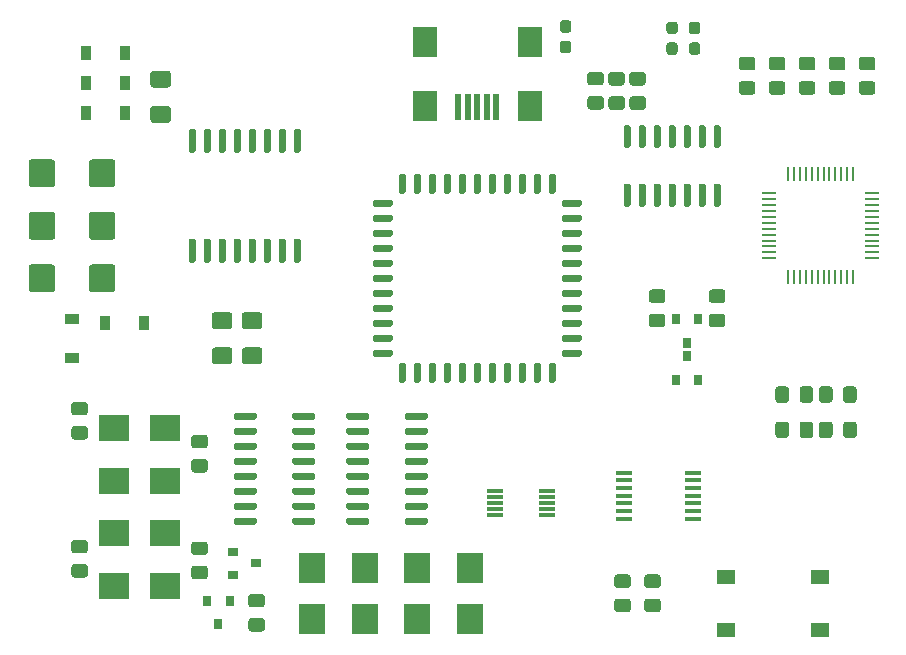
<source format=gbr>
%TF.GenerationSoftware,KiCad,Pcbnew,(5.1.9-0-10_14)*%
%TF.CreationDate,2021-04-17T19:26:37+08:00*%
%TF.ProjectId,BreadControlV2-rounded,42726561-6443-46f6-9e74-726f6c56322d,rev?*%
%TF.SameCoordinates,Original*%
%TF.FileFunction,Paste,Top*%
%TF.FilePolarity,Positive*%
%FSLAX46Y46*%
G04 Gerber Fmt 4.6, Leading zero omitted, Abs format (unit mm)*
G04 Created by KiCad (PCBNEW (5.1.9-0-10_14)) date 2021-04-17 19:26:37*
%MOMM*%
%LPD*%
G01*
G04 APERTURE LIST*
%ADD10R,2.500000X2.300000*%
%ADD11R,2.300000X2.500000*%
%ADD12R,1.400000X0.300000*%
%ADD13R,1.450000X0.450000*%
%ADD14R,0.250000X1.300000*%
%ADD15R,1.300000X0.250000*%
%ADD16R,1.550000X1.300000*%
%ADD17R,0.900000X0.800000*%
%ADD18R,0.800000X0.900000*%
%ADD19R,2.000000X2.500000*%
%ADD20R,0.500000X2.250000*%
%ADD21R,0.900000X1.200000*%
%ADD22R,1.200000X0.900000*%
G04 APERTURE END LIST*
D10*
%TO.C,D16*%
X112640000Y-78740000D03*
X108340000Y-78740000D03*
%TD*%
%TO.C,D15*%
X112640000Y-74295000D03*
X108340000Y-74295000D03*
%TD*%
%TO.C,D14*%
X112640000Y-69850000D03*
X108340000Y-69850000D03*
%TD*%
%TO.C,D13*%
X112640000Y-65405000D03*
X108340000Y-65405000D03*
%TD*%
D11*
%TO.C,D12*%
X129540000Y-77225000D03*
X129540000Y-81525000D03*
%TD*%
%TO.C,D11*%
X138430000Y-77225000D03*
X138430000Y-81525000D03*
%TD*%
%TO.C,D10*%
X133985000Y-77225000D03*
X133985000Y-81525000D03*
%TD*%
%TO.C,D9*%
X125095000Y-77225000D03*
X125095000Y-81525000D03*
%TD*%
D12*
%TO.C,U8*%
X140548000Y-72755000D03*
X140548000Y-72255000D03*
X140548000Y-71755000D03*
X140548000Y-71255000D03*
X140548000Y-70755000D03*
X144948000Y-70755000D03*
X144948000Y-71255000D03*
X144948000Y-71755000D03*
X144948000Y-72255000D03*
X144948000Y-72755000D03*
%TD*%
%TO.C,U7*%
G36*
G01*
X120420000Y-73129000D02*
X120420000Y-73429000D01*
G75*
G02*
X120270000Y-73579000I-150000J0D01*
G01*
X118620000Y-73579000D01*
G75*
G02*
X118470000Y-73429000I0J150000D01*
G01*
X118470000Y-73129000D01*
G75*
G02*
X118620000Y-72979000I150000J0D01*
G01*
X120270000Y-72979000D01*
G75*
G02*
X120420000Y-73129000I0J-150000D01*
G01*
G37*
G36*
G01*
X120420000Y-71859000D02*
X120420000Y-72159000D01*
G75*
G02*
X120270000Y-72309000I-150000J0D01*
G01*
X118620000Y-72309000D01*
G75*
G02*
X118470000Y-72159000I0J150000D01*
G01*
X118470000Y-71859000D01*
G75*
G02*
X118620000Y-71709000I150000J0D01*
G01*
X120270000Y-71709000D01*
G75*
G02*
X120420000Y-71859000I0J-150000D01*
G01*
G37*
G36*
G01*
X120420000Y-70589000D02*
X120420000Y-70889000D01*
G75*
G02*
X120270000Y-71039000I-150000J0D01*
G01*
X118620000Y-71039000D01*
G75*
G02*
X118470000Y-70889000I0J150000D01*
G01*
X118470000Y-70589000D01*
G75*
G02*
X118620000Y-70439000I150000J0D01*
G01*
X120270000Y-70439000D01*
G75*
G02*
X120420000Y-70589000I0J-150000D01*
G01*
G37*
G36*
G01*
X120420000Y-69319000D02*
X120420000Y-69619000D01*
G75*
G02*
X120270000Y-69769000I-150000J0D01*
G01*
X118620000Y-69769000D01*
G75*
G02*
X118470000Y-69619000I0J150000D01*
G01*
X118470000Y-69319000D01*
G75*
G02*
X118620000Y-69169000I150000J0D01*
G01*
X120270000Y-69169000D01*
G75*
G02*
X120420000Y-69319000I0J-150000D01*
G01*
G37*
G36*
G01*
X120420000Y-68049000D02*
X120420000Y-68349000D01*
G75*
G02*
X120270000Y-68499000I-150000J0D01*
G01*
X118620000Y-68499000D01*
G75*
G02*
X118470000Y-68349000I0J150000D01*
G01*
X118470000Y-68049000D01*
G75*
G02*
X118620000Y-67899000I150000J0D01*
G01*
X120270000Y-67899000D01*
G75*
G02*
X120420000Y-68049000I0J-150000D01*
G01*
G37*
G36*
G01*
X120420000Y-66779000D02*
X120420000Y-67079000D01*
G75*
G02*
X120270000Y-67229000I-150000J0D01*
G01*
X118620000Y-67229000D01*
G75*
G02*
X118470000Y-67079000I0J150000D01*
G01*
X118470000Y-66779000D01*
G75*
G02*
X118620000Y-66629000I150000J0D01*
G01*
X120270000Y-66629000D01*
G75*
G02*
X120420000Y-66779000I0J-150000D01*
G01*
G37*
G36*
G01*
X120420000Y-65509000D02*
X120420000Y-65809000D01*
G75*
G02*
X120270000Y-65959000I-150000J0D01*
G01*
X118620000Y-65959000D01*
G75*
G02*
X118470000Y-65809000I0J150000D01*
G01*
X118470000Y-65509000D01*
G75*
G02*
X118620000Y-65359000I150000J0D01*
G01*
X120270000Y-65359000D01*
G75*
G02*
X120420000Y-65509000I0J-150000D01*
G01*
G37*
G36*
G01*
X120420000Y-64239000D02*
X120420000Y-64539000D01*
G75*
G02*
X120270000Y-64689000I-150000J0D01*
G01*
X118620000Y-64689000D01*
G75*
G02*
X118470000Y-64539000I0J150000D01*
G01*
X118470000Y-64239000D01*
G75*
G02*
X118620000Y-64089000I150000J0D01*
G01*
X120270000Y-64089000D01*
G75*
G02*
X120420000Y-64239000I0J-150000D01*
G01*
G37*
G36*
G01*
X125370000Y-64239000D02*
X125370000Y-64539000D01*
G75*
G02*
X125220000Y-64689000I-150000J0D01*
G01*
X123570000Y-64689000D01*
G75*
G02*
X123420000Y-64539000I0J150000D01*
G01*
X123420000Y-64239000D01*
G75*
G02*
X123570000Y-64089000I150000J0D01*
G01*
X125220000Y-64089000D01*
G75*
G02*
X125370000Y-64239000I0J-150000D01*
G01*
G37*
G36*
G01*
X125370000Y-65509000D02*
X125370000Y-65809000D01*
G75*
G02*
X125220000Y-65959000I-150000J0D01*
G01*
X123570000Y-65959000D01*
G75*
G02*
X123420000Y-65809000I0J150000D01*
G01*
X123420000Y-65509000D01*
G75*
G02*
X123570000Y-65359000I150000J0D01*
G01*
X125220000Y-65359000D01*
G75*
G02*
X125370000Y-65509000I0J-150000D01*
G01*
G37*
G36*
G01*
X125370000Y-66779000D02*
X125370000Y-67079000D01*
G75*
G02*
X125220000Y-67229000I-150000J0D01*
G01*
X123570000Y-67229000D01*
G75*
G02*
X123420000Y-67079000I0J150000D01*
G01*
X123420000Y-66779000D01*
G75*
G02*
X123570000Y-66629000I150000J0D01*
G01*
X125220000Y-66629000D01*
G75*
G02*
X125370000Y-66779000I0J-150000D01*
G01*
G37*
G36*
G01*
X125370000Y-68049000D02*
X125370000Y-68349000D01*
G75*
G02*
X125220000Y-68499000I-150000J0D01*
G01*
X123570000Y-68499000D01*
G75*
G02*
X123420000Y-68349000I0J150000D01*
G01*
X123420000Y-68049000D01*
G75*
G02*
X123570000Y-67899000I150000J0D01*
G01*
X125220000Y-67899000D01*
G75*
G02*
X125370000Y-68049000I0J-150000D01*
G01*
G37*
G36*
G01*
X125370000Y-69319000D02*
X125370000Y-69619000D01*
G75*
G02*
X125220000Y-69769000I-150000J0D01*
G01*
X123570000Y-69769000D01*
G75*
G02*
X123420000Y-69619000I0J150000D01*
G01*
X123420000Y-69319000D01*
G75*
G02*
X123570000Y-69169000I150000J0D01*
G01*
X125220000Y-69169000D01*
G75*
G02*
X125370000Y-69319000I0J-150000D01*
G01*
G37*
G36*
G01*
X125370000Y-70589000D02*
X125370000Y-70889000D01*
G75*
G02*
X125220000Y-71039000I-150000J0D01*
G01*
X123570000Y-71039000D01*
G75*
G02*
X123420000Y-70889000I0J150000D01*
G01*
X123420000Y-70589000D01*
G75*
G02*
X123570000Y-70439000I150000J0D01*
G01*
X125220000Y-70439000D01*
G75*
G02*
X125370000Y-70589000I0J-150000D01*
G01*
G37*
G36*
G01*
X125370000Y-71859000D02*
X125370000Y-72159000D01*
G75*
G02*
X125220000Y-72309000I-150000J0D01*
G01*
X123570000Y-72309000D01*
G75*
G02*
X123420000Y-72159000I0J150000D01*
G01*
X123420000Y-71859000D01*
G75*
G02*
X123570000Y-71709000I150000J0D01*
G01*
X125220000Y-71709000D01*
G75*
G02*
X125370000Y-71859000I0J-150000D01*
G01*
G37*
G36*
G01*
X125370000Y-73129000D02*
X125370000Y-73429000D01*
G75*
G02*
X125220000Y-73579000I-150000J0D01*
G01*
X123570000Y-73579000D01*
G75*
G02*
X123420000Y-73429000I0J150000D01*
G01*
X123420000Y-73129000D01*
G75*
G02*
X123570000Y-72979000I150000J0D01*
G01*
X125220000Y-72979000D01*
G75*
G02*
X125370000Y-73129000I0J-150000D01*
G01*
G37*
%TD*%
%TO.C,U6*%
G36*
G01*
X132945000Y-64539000D02*
X132945000Y-64239000D01*
G75*
G02*
X133095000Y-64089000I150000J0D01*
G01*
X134745000Y-64089000D01*
G75*
G02*
X134895000Y-64239000I0J-150000D01*
G01*
X134895000Y-64539000D01*
G75*
G02*
X134745000Y-64689000I-150000J0D01*
G01*
X133095000Y-64689000D01*
G75*
G02*
X132945000Y-64539000I0J150000D01*
G01*
G37*
G36*
G01*
X132945000Y-65809000D02*
X132945000Y-65509000D01*
G75*
G02*
X133095000Y-65359000I150000J0D01*
G01*
X134745000Y-65359000D01*
G75*
G02*
X134895000Y-65509000I0J-150000D01*
G01*
X134895000Y-65809000D01*
G75*
G02*
X134745000Y-65959000I-150000J0D01*
G01*
X133095000Y-65959000D01*
G75*
G02*
X132945000Y-65809000I0J150000D01*
G01*
G37*
G36*
G01*
X132945000Y-67079000D02*
X132945000Y-66779000D01*
G75*
G02*
X133095000Y-66629000I150000J0D01*
G01*
X134745000Y-66629000D01*
G75*
G02*
X134895000Y-66779000I0J-150000D01*
G01*
X134895000Y-67079000D01*
G75*
G02*
X134745000Y-67229000I-150000J0D01*
G01*
X133095000Y-67229000D01*
G75*
G02*
X132945000Y-67079000I0J150000D01*
G01*
G37*
G36*
G01*
X132945000Y-68349000D02*
X132945000Y-68049000D01*
G75*
G02*
X133095000Y-67899000I150000J0D01*
G01*
X134745000Y-67899000D01*
G75*
G02*
X134895000Y-68049000I0J-150000D01*
G01*
X134895000Y-68349000D01*
G75*
G02*
X134745000Y-68499000I-150000J0D01*
G01*
X133095000Y-68499000D01*
G75*
G02*
X132945000Y-68349000I0J150000D01*
G01*
G37*
G36*
G01*
X132945000Y-69619000D02*
X132945000Y-69319000D01*
G75*
G02*
X133095000Y-69169000I150000J0D01*
G01*
X134745000Y-69169000D01*
G75*
G02*
X134895000Y-69319000I0J-150000D01*
G01*
X134895000Y-69619000D01*
G75*
G02*
X134745000Y-69769000I-150000J0D01*
G01*
X133095000Y-69769000D01*
G75*
G02*
X132945000Y-69619000I0J150000D01*
G01*
G37*
G36*
G01*
X132945000Y-70889000D02*
X132945000Y-70589000D01*
G75*
G02*
X133095000Y-70439000I150000J0D01*
G01*
X134745000Y-70439000D01*
G75*
G02*
X134895000Y-70589000I0J-150000D01*
G01*
X134895000Y-70889000D01*
G75*
G02*
X134745000Y-71039000I-150000J0D01*
G01*
X133095000Y-71039000D01*
G75*
G02*
X132945000Y-70889000I0J150000D01*
G01*
G37*
G36*
G01*
X132945000Y-72159000D02*
X132945000Y-71859000D01*
G75*
G02*
X133095000Y-71709000I150000J0D01*
G01*
X134745000Y-71709000D01*
G75*
G02*
X134895000Y-71859000I0J-150000D01*
G01*
X134895000Y-72159000D01*
G75*
G02*
X134745000Y-72309000I-150000J0D01*
G01*
X133095000Y-72309000D01*
G75*
G02*
X132945000Y-72159000I0J150000D01*
G01*
G37*
G36*
G01*
X132945000Y-73429000D02*
X132945000Y-73129000D01*
G75*
G02*
X133095000Y-72979000I150000J0D01*
G01*
X134745000Y-72979000D01*
G75*
G02*
X134895000Y-73129000I0J-150000D01*
G01*
X134895000Y-73429000D01*
G75*
G02*
X134745000Y-73579000I-150000J0D01*
G01*
X133095000Y-73579000D01*
G75*
G02*
X132945000Y-73429000I0J150000D01*
G01*
G37*
G36*
G01*
X127995000Y-73429000D02*
X127995000Y-73129000D01*
G75*
G02*
X128145000Y-72979000I150000J0D01*
G01*
X129795000Y-72979000D01*
G75*
G02*
X129945000Y-73129000I0J-150000D01*
G01*
X129945000Y-73429000D01*
G75*
G02*
X129795000Y-73579000I-150000J0D01*
G01*
X128145000Y-73579000D01*
G75*
G02*
X127995000Y-73429000I0J150000D01*
G01*
G37*
G36*
G01*
X127995000Y-72159000D02*
X127995000Y-71859000D01*
G75*
G02*
X128145000Y-71709000I150000J0D01*
G01*
X129795000Y-71709000D01*
G75*
G02*
X129945000Y-71859000I0J-150000D01*
G01*
X129945000Y-72159000D01*
G75*
G02*
X129795000Y-72309000I-150000J0D01*
G01*
X128145000Y-72309000D01*
G75*
G02*
X127995000Y-72159000I0J150000D01*
G01*
G37*
G36*
G01*
X127995000Y-70889000D02*
X127995000Y-70589000D01*
G75*
G02*
X128145000Y-70439000I150000J0D01*
G01*
X129795000Y-70439000D01*
G75*
G02*
X129945000Y-70589000I0J-150000D01*
G01*
X129945000Y-70889000D01*
G75*
G02*
X129795000Y-71039000I-150000J0D01*
G01*
X128145000Y-71039000D01*
G75*
G02*
X127995000Y-70889000I0J150000D01*
G01*
G37*
G36*
G01*
X127995000Y-69619000D02*
X127995000Y-69319000D01*
G75*
G02*
X128145000Y-69169000I150000J0D01*
G01*
X129795000Y-69169000D01*
G75*
G02*
X129945000Y-69319000I0J-150000D01*
G01*
X129945000Y-69619000D01*
G75*
G02*
X129795000Y-69769000I-150000J0D01*
G01*
X128145000Y-69769000D01*
G75*
G02*
X127995000Y-69619000I0J150000D01*
G01*
G37*
G36*
G01*
X127995000Y-68349000D02*
X127995000Y-68049000D01*
G75*
G02*
X128145000Y-67899000I150000J0D01*
G01*
X129795000Y-67899000D01*
G75*
G02*
X129945000Y-68049000I0J-150000D01*
G01*
X129945000Y-68349000D01*
G75*
G02*
X129795000Y-68499000I-150000J0D01*
G01*
X128145000Y-68499000D01*
G75*
G02*
X127995000Y-68349000I0J150000D01*
G01*
G37*
G36*
G01*
X127995000Y-67079000D02*
X127995000Y-66779000D01*
G75*
G02*
X128145000Y-66629000I150000J0D01*
G01*
X129795000Y-66629000D01*
G75*
G02*
X129945000Y-66779000I0J-150000D01*
G01*
X129945000Y-67079000D01*
G75*
G02*
X129795000Y-67229000I-150000J0D01*
G01*
X128145000Y-67229000D01*
G75*
G02*
X127995000Y-67079000I0J150000D01*
G01*
G37*
G36*
G01*
X127995000Y-65809000D02*
X127995000Y-65509000D01*
G75*
G02*
X128145000Y-65359000I150000J0D01*
G01*
X129795000Y-65359000D01*
G75*
G02*
X129945000Y-65509000I0J-150000D01*
G01*
X129945000Y-65809000D01*
G75*
G02*
X129795000Y-65959000I-150000J0D01*
G01*
X128145000Y-65959000D01*
G75*
G02*
X127995000Y-65809000I0J150000D01*
G01*
G37*
G36*
G01*
X127995000Y-64539000D02*
X127995000Y-64239000D01*
G75*
G02*
X128145000Y-64089000I150000J0D01*
G01*
X129795000Y-64089000D01*
G75*
G02*
X129945000Y-64239000I0J-150000D01*
G01*
X129945000Y-64539000D01*
G75*
G02*
X129795000Y-64689000I-150000J0D01*
G01*
X128145000Y-64689000D01*
G75*
G02*
X127995000Y-64539000I0J150000D01*
G01*
G37*
%TD*%
%TO.C,U5*%
G36*
G01*
X123675000Y-49345000D02*
X123975000Y-49345000D01*
G75*
G02*
X124125000Y-49495000I0J-150000D01*
G01*
X124125000Y-51245000D01*
G75*
G02*
X123975000Y-51395000I-150000J0D01*
G01*
X123675000Y-51395000D01*
G75*
G02*
X123525000Y-51245000I0J150000D01*
G01*
X123525000Y-49495000D01*
G75*
G02*
X123675000Y-49345000I150000J0D01*
G01*
G37*
G36*
G01*
X122405000Y-49345000D02*
X122705000Y-49345000D01*
G75*
G02*
X122855000Y-49495000I0J-150000D01*
G01*
X122855000Y-51245000D01*
G75*
G02*
X122705000Y-51395000I-150000J0D01*
G01*
X122405000Y-51395000D01*
G75*
G02*
X122255000Y-51245000I0J150000D01*
G01*
X122255000Y-49495000D01*
G75*
G02*
X122405000Y-49345000I150000J0D01*
G01*
G37*
G36*
G01*
X121135000Y-49345000D02*
X121435000Y-49345000D01*
G75*
G02*
X121585000Y-49495000I0J-150000D01*
G01*
X121585000Y-51245000D01*
G75*
G02*
X121435000Y-51395000I-150000J0D01*
G01*
X121135000Y-51395000D01*
G75*
G02*
X120985000Y-51245000I0J150000D01*
G01*
X120985000Y-49495000D01*
G75*
G02*
X121135000Y-49345000I150000J0D01*
G01*
G37*
G36*
G01*
X119865000Y-49345000D02*
X120165000Y-49345000D01*
G75*
G02*
X120315000Y-49495000I0J-150000D01*
G01*
X120315000Y-51245000D01*
G75*
G02*
X120165000Y-51395000I-150000J0D01*
G01*
X119865000Y-51395000D01*
G75*
G02*
X119715000Y-51245000I0J150000D01*
G01*
X119715000Y-49495000D01*
G75*
G02*
X119865000Y-49345000I150000J0D01*
G01*
G37*
G36*
G01*
X118595000Y-49345000D02*
X118895000Y-49345000D01*
G75*
G02*
X119045000Y-49495000I0J-150000D01*
G01*
X119045000Y-51245000D01*
G75*
G02*
X118895000Y-51395000I-150000J0D01*
G01*
X118595000Y-51395000D01*
G75*
G02*
X118445000Y-51245000I0J150000D01*
G01*
X118445000Y-49495000D01*
G75*
G02*
X118595000Y-49345000I150000J0D01*
G01*
G37*
G36*
G01*
X117325000Y-49345000D02*
X117625000Y-49345000D01*
G75*
G02*
X117775000Y-49495000I0J-150000D01*
G01*
X117775000Y-51245000D01*
G75*
G02*
X117625000Y-51395000I-150000J0D01*
G01*
X117325000Y-51395000D01*
G75*
G02*
X117175000Y-51245000I0J150000D01*
G01*
X117175000Y-49495000D01*
G75*
G02*
X117325000Y-49345000I150000J0D01*
G01*
G37*
G36*
G01*
X116055000Y-49345000D02*
X116355000Y-49345000D01*
G75*
G02*
X116505000Y-49495000I0J-150000D01*
G01*
X116505000Y-51245000D01*
G75*
G02*
X116355000Y-51395000I-150000J0D01*
G01*
X116055000Y-51395000D01*
G75*
G02*
X115905000Y-51245000I0J150000D01*
G01*
X115905000Y-49495000D01*
G75*
G02*
X116055000Y-49345000I150000J0D01*
G01*
G37*
G36*
G01*
X114785000Y-49345000D02*
X115085000Y-49345000D01*
G75*
G02*
X115235000Y-49495000I0J-150000D01*
G01*
X115235000Y-51245000D01*
G75*
G02*
X115085000Y-51395000I-150000J0D01*
G01*
X114785000Y-51395000D01*
G75*
G02*
X114635000Y-51245000I0J150000D01*
G01*
X114635000Y-49495000D01*
G75*
G02*
X114785000Y-49345000I150000J0D01*
G01*
G37*
G36*
G01*
X114785000Y-40045000D02*
X115085000Y-40045000D01*
G75*
G02*
X115235000Y-40195000I0J-150000D01*
G01*
X115235000Y-41945000D01*
G75*
G02*
X115085000Y-42095000I-150000J0D01*
G01*
X114785000Y-42095000D01*
G75*
G02*
X114635000Y-41945000I0J150000D01*
G01*
X114635000Y-40195000D01*
G75*
G02*
X114785000Y-40045000I150000J0D01*
G01*
G37*
G36*
G01*
X116055000Y-40045000D02*
X116355000Y-40045000D01*
G75*
G02*
X116505000Y-40195000I0J-150000D01*
G01*
X116505000Y-41945000D01*
G75*
G02*
X116355000Y-42095000I-150000J0D01*
G01*
X116055000Y-42095000D01*
G75*
G02*
X115905000Y-41945000I0J150000D01*
G01*
X115905000Y-40195000D01*
G75*
G02*
X116055000Y-40045000I150000J0D01*
G01*
G37*
G36*
G01*
X117325000Y-40045000D02*
X117625000Y-40045000D01*
G75*
G02*
X117775000Y-40195000I0J-150000D01*
G01*
X117775000Y-41945000D01*
G75*
G02*
X117625000Y-42095000I-150000J0D01*
G01*
X117325000Y-42095000D01*
G75*
G02*
X117175000Y-41945000I0J150000D01*
G01*
X117175000Y-40195000D01*
G75*
G02*
X117325000Y-40045000I150000J0D01*
G01*
G37*
G36*
G01*
X118595000Y-40045000D02*
X118895000Y-40045000D01*
G75*
G02*
X119045000Y-40195000I0J-150000D01*
G01*
X119045000Y-41945000D01*
G75*
G02*
X118895000Y-42095000I-150000J0D01*
G01*
X118595000Y-42095000D01*
G75*
G02*
X118445000Y-41945000I0J150000D01*
G01*
X118445000Y-40195000D01*
G75*
G02*
X118595000Y-40045000I150000J0D01*
G01*
G37*
G36*
G01*
X119865000Y-40045000D02*
X120165000Y-40045000D01*
G75*
G02*
X120315000Y-40195000I0J-150000D01*
G01*
X120315000Y-41945000D01*
G75*
G02*
X120165000Y-42095000I-150000J0D01*
G01*
X119865000Y-42095000D01*
G75*
G02*
X119715000Y-41945000I0J150000D01*
G01*
X119715000Y-40195000D01*
G75*
G02*
X119865000Y-40045000I150000J0D01*
G01*
G37*
G36*
G01*
X121135000Y-40045000D02*
X121435000Y-40045000D01*
G75*
G02*
X121585000Y-40195000I0J-150000D01*
G01*
X121585000Y-41945000D01*
G75*
G02*
X121435000Y-42095000I-150000J0D01*
G01*
X121135000Y-42095000D01*
G75*
G02*
X120985000Y-41945000I0J150000D01*
G01*
X120985000Y-40195000D01*
G75*
G02*
X121135000Y-40045000I150000J0D01*
G01*
G37*
G36*
G01*
X122405000Y-40045000D02*
X122705000Y-40045000D01*
G75*
G02*
X122855000Y-40195000I0J-150000D01*
G01*
X122855000Y-41945000D01*
G75*
G02*
X122705000Y-42095000I-150000J0D01*
G01*
X122405000Y-42095000D01*
G75*
G02*
X122255000Y-41945000I0J150000D01*
G01*
X122255000Y-40195000D01*
G75*
G02*
X122405000Y-40045000I150000J0D01*
G01*
G37*
G36*
G01*
X123675000Y-40045000D02*
X123975000Y-40045000D01*
G75*
G02*
X124125000Y-40195000I0J-150000D01*
G01*
X124125000Y-41945000D01*
G75*
G02*
X123975000Y-42095000I-150000J0D01*
G01*
X123675000Y-42095000D01*
G75*
G02*
X123525000Y-41945000I0J150000D01*
G01*
X123525000Y-40195000D01*
G75*
G02*
X123675000Y-40045000I150000J0D01*
G01*
G37*
%TD*%
D13*
%TO.C,U4*%
X151482000Y-73070000D03*
X151482000Y-72420000D03*
X151482000Y-71770000D03*
X151482000Y-71120000D03*
X151482000Y-70470000D03*
X151482000Y-69820000D03*
X151482000Y-69170000D03*
X157382000Y-69170000D03*
X157382000Y-69820000D03*
X157382000Y-70470000D03*
X157382000Y-71120000D03*
X157382000Y-71770000D03*
X157382000Y-72420000D03*
X157382000Y-73070000D03*
%TD*%
D14*
%TO.C,U3*%
X165398000Y-43910000D03*
X165898000Y-43910000D03*
X166398000Y-43910000D03*
X166898000Y-43910000D03*
X167398000Y-43910000D03*
X167898000Y-43910000D03*
X168398000Y-43910000D03*
X168898000Y-43910000D03*
X169398000Y-43910000D03*
X169898000Y-43910000D03*
X170398000Y-43910000D03*
X170898000Y-43910000D03*
D15*
X172498000Y-45510000D03*
X172498000Y-46010000D03*
X172498000Y-46510000D03*
X172498000Y-47010000D03*
X172498000Y-47510000D03*
X172498000Y-48010000D03*
X172498000Y-48510000D03*
X172498000Y-49010000D03*
X172498000Y-49510000D03*
X172498000Y-50010000D03*
X172498000Y-50510000D03*
X172498000Y-51010000D03*
D14*
X170898000Y-52610000D03*
X170398000Y-52610000D03*
X169898000Y-52610000D03*
X169398000Y-52610000D03*
X168898000Y-52610000D03*
X168398000Y-52610000D03*
X167898000Y-52610000D03*
X167398000Y-52610000D03*
X166898000Y-52610000D03*
X166398000Y-52610000D03*
X165898000Y-52610000D03*
X165398000Y-52610000D03*
D15*
X163798000Y-51010000D03*
X163798000Y-50510000D03*
X163798000Y-50010000D03*
X163798000Y-49510000D03*
X163798000Y-49010000D03*
X163798000Y-48510000D03*
X163798000Y-48010000D03*
X163798000Y-47510000D03*
X163798000Y-47010000D03*
X163798000Y-46510000D03*
X163798000Y-46010000D03*
X163798000Y-45510000D03*
%TD*%
%TO.C,U2*%
G36*
G01*
X146365000Y-53675000D02*
X147765000Y-53675000D01*
G75*
G02*
X147915000Y-53825000I0J-150000D01*
G01*
X147915000Y-54125000D01*
G75*
G02*
X147765000Y-54275000I-150000J0D01*
G01*
X146365000Y-54275000D01*
G75*
G02*
X146215000Y-54125000I0J150000D01*
G01*
X146215000Y-53825000D01*
G75*
G02*
X146365000Y-53675000I150000J0D01*
G01*
G37*
G36*
G01*
X146365000Y-54945000D02*
X147765000Y-54945000D01*
G75*
G02*
X147915000Y-55095000I0J-150000D01*
G01*
X147915000Y-55395000D01*
G75*
G02*
X147765000Y-55545000I-150000J0D01*
G01*
X146365000Y-55545000D01*
G75*
G02*
X146215000Y-55395000I0J150000D01*
G01*
X146215000Y-55095000D01*
G75*
G02*
X146365000Y-54945000I150000J0D01*
G01*
G37*
G36*
G01*
X146365000Y-56215000D02*
X147765000Y-56215000D01*
G75*
G02*
X147915000Y-56365000I0J-150000D01*
G01*
X147915000Y-56665000D01*
G75*
G02*
X147765000Y-56815000I-150000J0D01*
G01*
X146365000Y-56815000D01*
G75*
G02*
X146215000Y-56665000I0J150000D01*
G01*
X146215000Y-56365000D01*
G75*
G02*
X146365000Y-56215000I150000J0D01*
G01*
G37*
G36*
G01*
X146365000Y-57485000D02*
X147765000Y-57485000D01*
G75*
G02*
X147915000Y-57635000I0J-150000D01*
G01*
X147915000Y-57935000D01*
G75*
G02*
X147765000Y-58085000I-150000J0D01*
G01*
X146365000Y-58085000D01*
G75*
G02*
X146215000Y-57935000I0J150000D01*
G01*
X146215000Y-57635000D01*
G75*
G02*
X146365000Y-57485000I150000J0D01*
G01*
G37*
G36*
G01*
X146365000Y-58755000D02*
X147765000Y-58755000D01*
G75*
G02*
X147915000Y-58905000I0J-150000D01*
G01*
X147915000Y-59205000D01*
G75*
G02*
X147765000Y-59355000I-150000J0D01*
G01*
X146365000Y-59355000D01*
G75*
G02*
X146215000Y-59205000I0J150000D01*
G01*
X146215000Y-58905000D01*
G75*
G02*
X146365000Y-58755000I150000J0D01*
G01*
G37*
G36*
G01*
X145265000Y-59855000D02*
X145565000Y-59855000D01*
G75*
G02*
X145715000Y-60005000I0J-150000D01*
G01*
X145715000Y-61405000D01*
G75*
G02*
X145565000Y-61555000I-150000J0D01*
G01*
X145265000Y-61555000D01*
G75*
G02*
X145115000Y-61405000I0J150000D01*
G01*
X145115000Y-60005000D01*
G75*
G02*
X145265000Y-59855000I150000J0D01*
G01*
G37*
G36*
G01*
X143995000Y-59855000D02*
X144295000Y-59855000D01*
G75*
G02*
X144445000Y-60005000I0J-150000D01*
G01*
X144445000Y-61405000D01*
G75*
G02*
X144295000Y-61555000I-150000J0D01*
G01*
X143995000Y-61555000D01*
G75*
G02*
X143845000Y-61405000I0J150000D01*
G01*
X143845000Y-60005000D01*
G75*
G02*
X143995000Y-59855000I150000J0D01*
G01*
G37*
G36*
G01*
X142725000Y-59855000D02*
X143025000Y-59855000D01*
G75*
G02*
X143175000Y-60005000I0J-150000D01*
G01*
X143175000Y-61405000D01*
G75*
G02*
X143025000Y-61555000I-150000J0D01*
G01*
X142725000Y-61555000D01*
G75*
G02*
X142575000Y-61405000I0J150000D01*
G01*
X142575000Y-60005000D01*
G75*
G02*
X142725000Y-59855000I150000J0D01*
G01*
G37*
G36*
G01*
X141455000Y-59855000D02*
X141755000Y-59855000D01*
G75*
G02*
X141905000Y-60005000I0J-150000D01*
G01*
X141905000Y-61405000D01*
G75*
G02*
X141755000Y-61555000I-150000J0D01*
G01*
X141455000Y-61555000D01*
G75*
G02*
X141305000Y-61405000I0J150000D01*
G01*
X141305000Y-60005000D01*
G75*
G02*
X141455000Y-59855000I150000J0D01*
G01*
G37*
G36*
G01*
X140185000Y-59855000D02*
X140485000Y-59855000D01*
G75*
G02*
X140635000Y-60005000I0J-150000D01*
G01*
X140635000Y-61405000D01*
G75*
G02*
X140485000Y-61555000I-150000J0D01*
G01*
X140185000Y-61555000D01*
G75*
G02*
X140035000Y-61405000I0J150000D01*
G01*
X140035000Y-60005000D01*
G75*
G02*
X140185000Y-59855000I150000J0D01*
G01*
G37*
G36*
G01*
X138915000Y-59855000D02*
X139215000Y-59855000D01*
G75*
G02*
X139365000Y-60005000I0J-150000D01*
G01*
X139365000Y-61405000D01*
G75*
G02*
X139215000Y-61555000I-150000J0D01*
G01*
X138915000Y-61555000D01*
G75*
G02*
X138765000Y-61405000I0J150000D01*
G01*
X138765000Y-60005000D01*
G75*
G02*
X138915000Y-59855000I150000J0D01*
G01*
G37*
G36*
G01*
X137645000Y-59855000D02*
X137945000Y-59855000D01*
G75*
G02*
X138095000Y-60005000I0J-150000D01*
G01*
X138095000Y-61405000D01*
G75*
G02*
X137945000Y-61555000I-150000J0D01*
G01*
X137645000Y-61555000D01*
G75*
G02*
X137495000Y-61405000I0J150000D01*
G01*
X137495000Y-60005000D01*
G75*
G02*
X137645000Y-59855000I150000J0D01*
G01*
G37*
G36*
G01*
X136375000Y-59855000D02*
X136675000Y-59855000D01*
G75*
G02*
X136825000Y-60005000I0J-150000D01*
G01*
X136825000Y-61405000D01*
G75*
G02*
X136675000Y-61555000I-150000J0D01*
G01*
X136375000Y-61555000D01*
G75*
G02*
X136225000Y-61405000I0J150000D01*
G01*
X136225000Y-60005000D01*
G75*
G02*
X136375000Y-59855000I150000J0D01*
G01*
G37*
G36*
G01*
X135105000Y-59855000D02*
X135405000Y-59855000D01*
G75*
G02*
X135555000Y-60005000I0J-150000D01*
G01*
X135555000Y-61405000D01*
G75*
G02*
X135405000Y-61555000I-150000J0D01*
G01*
X135105000Y-61555000D01*
G75*
G02*
X134955000Y-61405000I0J150000D01*
G01*
X134955000Y-60005000D01*
G75*
G02*
X135105000Y-59855000I150000J0D01*
G01*
G37*
G36*
G01*
X133835000Y-59855000D02*
X134135000Y-59855000D01*
G75*
G02*
X134285000Y-60005000I0J-150000D01*
G01*
X134285000Y-61405000D01*
G75*
G02*
X134135000Y-61555000I-150000J0D01*
G01*
X133835000Y-61555000D01*
G75*
G02*
X133685000Y-61405000I0J150000D01*
G01*
X133685000Y-60005000D01*
G75*
G02*
X133835000Y-59855000I150000J0D01*
G01*
G37*
G36*
G01*
X132565000Y-59855000D02*
X132865000Y-59855000D01*
G75*
G02*
X133015000Y-60005000I0J-150000D01*
G01*
X133015000Y-61405000D01*
G75*
G02*
X132865000Y-61555000I-150000J0D01*
G01*
X132565000Y-61555000D01*
G75*
G02*
X132415000Y-61405000I0J150000D01*
G01*
X132415000Y-60005000D01*
G75*
G02*
X132565000Y-59855000I150000J0D01*
G01*
G37*
G36*
G01*
X130365000Y-58755000D02*
X131765000Y-58755000D01*
G75*
G02*
X131915000Y-58905000I0J-150000D01*
G01*
X131915000Y-59205000D01*
G75*
G02*
X131765000Y-59355000I-150000J0D01*
G01*
X130365000Y-59355000D01*
G75*
G02*
X130215000Y-59205000I0J150000D01*
G01*
X130215000Y-58905000D01*
G75*
G02*
X130365000Y-58755000I150000J0D01*
G01*
G37*
G36*
G01*
X130365000Y-57485000D02*
X131765000Y-57485000D01*
G75*
G02*
X131915000Y-57635000I0J-150000D01*
G01*
X131915000Y-57935000D01*
G75*
G02*
X131765000Y-58085000I-150000J0D01*
G01*
X130365000Y-58085000D01*
G75*
G02*
X130215000Y-57935000I0J150000D01*
G01*
X130215000Y-57635000D01*
G75*
G02*
X130365000Y-57485000I150000J0D01*
G01*
G37*
G36*
G01*
X130365000Y-56215000D02*
X131765000Y-56215000D01*
G75*
G02*
X131915000Y-56365000I0J-150000D01*
G01*
X131915000Y-56665000D01*
G75*
G02*
X131765000Y-56815000I-150000J0D01*
G01*
X130365000Y-56815000D01*
G75*
G02*
X130215000Y-56665000I0J150000D01*
G01*
X130215000Y-56365000D01*
G75*
G02*
X130365000Y-56215000I150000J0D01*
G01*
G37*
G36*
G01*
X130365000Y-54945000D02*
X131765000Y-54945000D01*
G75*
G02*
X131915000Y-55095000I0J-150000D01*
G01*
X131915000Y-55395000D01*
G75*
G02*
X131765000Y-55545000I-150000J0D01*
G01*
X130365000Y-55545000D01*
G75*
G02*
X130215000Y-55395000I0J150000D01*
G01*
X130215000Y-55095000D01*
G75*
G02*
X130365000Y-54945000I150000J0D01*
G01*
G37*
G36*
G01*
X130365000Y-53675000D02*
X131765000Y-53675000D01*
G75*
G02*
X131915000Y-53825000I0J-150000D01*
G01*
X131915000Y-54125000D01*
G75*
G02*
X131765000Y-54275000I-150000J0D01*
G01*
X130365000Y-54275000D01*
G75*
G02*
X130215000Y-54125000I0J150000D01*
G01*
X130215000Y-53825000D01*
G75*
G02*
X130365000Y-53675000I150000J0D01*
G01*
G37*
G36*
G01*
X130365000Y-52405000D02*
X131765000Y-52405000D01*
G75*
G02*
X131915000Y-52555000I0J-150000D01*
G01*
X131915000Y-52855000D01*
G75*
G02*
X131765000Y-53005000I-150000J0D01*
G01*
X130365000Y-53005000D01*
G75*
G02*
X130215000Y-52855000I0J150000D01*
G01*
X130215000Y-52555000D01*
G75*
G02*
X130365000Y-52405000I150000J0D01*
G01*
G37*
G36*
G01*
X130365000Y-51135000D02*
X131765000Y-51135000D01*
G75*
G02*
X131915000Y-51285000I0J-150000D01*
G01*
X131915000Y-51585000D01*
G75*
G02*
X131765000Y-51735000I-150000J0D01*
G01*
X130365000Y-51735000D01*
G75*
G02*
X130215000Y-51585000I0J150000D01*
G01*
X130215000Y-51285000D01*
G75*
G02*
X130365000Y-51135000I150000J0D01*
G01*
G37*
G36*
G01*
X130365000Y-49865000D02*
X131765000Y-49865000D01*
G75*
G02*
X131915000Y-50015000I0J-150000D01*
G01*
X131915000Y-50315000D01*
G75*
G02*
X131765000Y-50465000I-150000J0D01*
G01*
X130365000Y-50465000D01*
G75*
G02*
X130215000Y-50315000I0J150000D01*
G01*
X130215000Y-50015000D01*
G75*
G02*
X130365000Y-49865000I150000J0D01*
G01*
G37*
G36*
G01*
X130365000Y-48595000D02*
X131765000Y-48595000D01*
G75*
G02*
X131915000Y-48745000I0J-150000D01*
G01*
X131915000Y-49045000D01*
G75*
G02*
X131765000Y-49195000I-150000J0D01*
G01*
X130365000Y-49195000D01*
G75*
G02*
X130215000Y-49045000I0J150000D01*
G01*
X130215000Y-48745000D01*
G75*
G02*
X130365000Y-48595000I150000J0D01*
G01*
G37*
G36*
G01*
X130365000Y-47325000D02*
X131765000Y-47325000D01*
G75*
G02*
X131915000Y-47475000I0J-150000D01*
G01*
X131915000Y-47775000D01*
G75*
G02*
X131765000Y-47925000I-150000J0D01*
G01*
X130365000Y-47925000D01*
G75*
G02*
X130215000Y-47775000I0J150000D01*
G01*
X130215000Y-47475000D01*
G75*
G02*
X130365000Y-47325000I150000J0D01*
G01*
G37*
G36*
G01*
X130365000Y-46055000D02*
X131765000Y-46055000D01*
G75*
G02*
X131915000Y-46205000I0J-150000D01*
G01*
X131915000Y-46505000D01*
G75*
G02*
X131765000Y-46655000I-150000J0D01*
G01*
X130365000Y-46655000D01*
G75*
G02*
X130215000Y-46505000I0J150000D01*
G01*
X130215000Y-46205000D01*
G75*
G02*
X130365000Y-46055000I150000J0D01*
G01*
G37*
G36*
G01*
X132565000Y-43855000D02*
X132865000Y-43855000D01*
G75*
G02*
X133015000Y-44005000I0J-150000D01*
G01*
X133015000Y-45405000D01*
G75*
G02*
X132865000Y-45555000I-150000J0D01*
G01*
X132565000Y-45555000D01*
G75*
G02*
X132415000Y-45405000I0J150000D01*
G01*
X132415000Y-44005000D01*
G75*
G02*
X132565000Y-43855000I150000J0D01*
G01*
G37*
G36*
G01*
X133835000Y-43855000D02*
X134135000Y-43855000D01*
G75*
G02*
X134285000Y-44005000I0J-150000D01*
G01*
X134285000Y-45405000D01*
G75*
G02*
X134135000Y-45555000I-150000J0D01*
G01*
X133835000Y-45555000D01*
G75*
G02*
X133685000Y-45405000I0J150000D01*
G01*
X133685000Y-44005000D01*
G75*
G02*
X133835000Y-43855000I150000J0D01*
G01*
G37*
G36*
G01*
X135105000Y-43855000D02*
X135405000Y-43855000D01*
G75*
G02*
X135555000Y-44005000I0J-150000D01*
G01*
X135555000Y-45405000D01*
G75*
G02*
X135405000Y-45555000I-150000J0D01*
G01*
X135105000Y-45555000D01*
G75*
G02*
X134955000Y-45405000I0J150000D01*
G01*
X134955000Y-44005000D01*
G75*
G02*
X135105000Y-43855000I150000J0D01*
G01*
G37*
G36*
G01*
X136375000Y-43855000D02*
X136675000Y-43855000D01*
G75*
G02*
X136825000Y-44005000I0J-150000D01*
G01*
X136825000Y-45405000D01*
G75*
G02*
X136675000Y-45555000I-150000J0D01*
G01*
X136375000Y-45555000D01*
G75*
G02*
X136225000Y-45405000I0J150000D01*
G01*
X136225000Y-44005000D01*
G75*
G02*
X136375000Y-43855000I150000J0D01*
G01*
G37*
G36*
G01*
X137645000Y-43855000D02*
X137945000Y-43855000D01*
G75*
G02*
X138095000Y-44005000I0J-150000D01*
G01*
X138095000Y-45405000D01*
G75*
G02*
X137945000Y-45555000I-150000J0D01*
G01*
X137645000Y-45555000D01*
G75*
G02*
X137495000Y-45405000I0J150000D01*
G01*
X137495000Y-44005000D01*
G75*
G02*
X137645000Y-43855000I150000J0D01*
G01*
G37*
G36*
G01*
X138915000Y-43855000D02*
X139215000Y-43855000D01*
G75*
G02*
X139365000Y-44005000I0J-150000D01*
G01*
X139365000Y-45405000D01*
G75*
G02*
X139215000Y-45555000I-150000J0D01*
G01*
X138915000Y-45555000D01*
G75*
G02*
X138765000Y-45405000I0J150000D01*
G01*
X138765000Y-44005000D01*
G75*
G02*
X138915000Y-43855000I150000J0D01*
G01*
G37*
G36*
G01*
X140185000Y-43855000D02*
X140485000Y-43855000D01*
G75*
G02*
X140635000Y-44005000I0J-150000D01*
G01*
X140635000Y-45405000D01*
G75*
G02*
X140485000Y-45555000I-150000J0D01*
G01*
X140185000Y-45555000D01*
G75*
G02*
X140035000Y-45405000I0J150000D01*
G01*
X140035000Y-44005000D01*
G75*
G02*
X140185000Y-43855000I150000J0D01*
G01*
G37*
G36*
G01*
X141455000Y-43855000D02*
X141755000Y-43855000D01*
G75*
G02*
X141905000Y-44005000I0J-150000D01*
G01*
X141905000Y-45405000D01*
G75*
G02*
X141755000Y-45555000I-150000J0D01*
G01*
X141455000Y-45555000D01*
G75*
G02*
X141305000Y-45405000I0J150000D01*
G01*
X141305000Y-44005000D01*
G75*
G02*
X141455000Y-43855000I150000J0D01*
G01*
G37*
G36*
G01*
X142725000Y-43855000D02*
X143025000Y-43855000D01*
G75*
G02*
X143175000Y-44005000I0J-150000D01*
G01*
X143175000Y-45405000D01*
G75*
G02*
X143025000Y-45555000I-150000J0D01*
G01*
X142725000Y-45555000D01*
G75*
G02*
X142575000Y-45405000I0J150000D01*
G01*
X142575000Y-44005000D01*
G75*
G02*
X142725000Y-43855000I150000J0D01*
G01*
G37*
G36*
G01*
X143995000Y-43855000D02*
X144295000Y-43855000D01*
G75*
G02*
X144445000Y-44005000I0J-150000D01*
G01*
X144445000Y-45405000D01*
G75*
G02*
X144295000Y-45555000I-150000J0D01*
G01*
X143995000Y-45555000D01*
G75*
G02*
X143845000Y-45405000I0J150000D01*
G01*
X143845000Y-44005000D01*
G75*
G02*
X143995000Y-43855000I150000J0D01*
G01*
G37*
G36*
G01*
X145265000Y-43855000D02*
X145565000Y-43855000D01*
G75*
G02*
X145715000Y-44005000I0J-150000D01*
G01*
X145715000Y-45405000D01*
G75*
G02*
X145565000Y-45555000I-150000J0D01*
G01*
X145265000Y-45555000D01*
G75*
G02*
X145115000Y-45405000I0J150000D01*
G01*
X145115000Y-44005000D01*
G75*
G02*
X145265000Y-43855000I150000J0D01*
G01*
G37*
G36*
G01*
X146365000Y-46055000D02*
X147765000Y-46055000D01*
G75*
G02*
X147915000Y-46205000I0J-150000D01*
G01*
X147915000Y-46505000D01*
G75*
G02*
X147765000Y-46655000I-150000J0D01*
G01*
X146365000Y-46655000D01*
G75*
G02*
X146215000Y-46505000I0J150000D01*
G01*
X146215000Y-46205000D01*
G75*
G02*
X146365000Y-46055000I150000J0D01*
G01*
G37*
G36*
G01*
X146365000Y-47325000D02*
X147765000Y-47325000D01*
G75*
G02*
X147915000Y-47475000I0J-150000D01*
G01*
X147915000Y-47775000D01*
G75*
G02*
X147765000Y-47925000I-150000J0D01*
G01*
X146365000Y-47925000D01*
G75*
G02*
X146215000Y-47775000I0J150000D01*
G01*
X146215000Y-47475000D01*
G75*
G02*
X146365000Y-47325000I150000J0D01*
G01*
G37*
G36*
G01*
X146365000Y-48595000D02*
X147765000Y-48595000D01*
G75*
G02*
X147915000Y-48745000I0J-150000D01*
G01*
X147915000Y-49045000D01*
G75*
G02*
X147765000Y-49195000I-150000J0D01*
G01*
X146365000Y-49195000D01*
G75*
G02*
X146215000Y-49045000I0J150000D01*
G01*
X146215000Y-48745000D01*
G75*
G02*
X146365000Y-48595000I150000J0D01*
G01*
G37*
G36*
G01*
X146365000Y-49865000D02*
X147765000Y-49865000D01*
G75*
G02*
X147915000Y-50015000I0J-150000D01*
G01*
X147915000Y-50315000D01*
G75*
G02*
X147765000Y-50465000I-150000J0D01*
G01*
X146365000Y-50465000D01*
G75*
G02*
X146215000Y-50315000I0J150000D01*
G01*
X146215000Y-50015000D01*
G75*
G02*
X146365000Y-49865000I150000J0D01*
G01*
G37*
G36*
G01*
X146365000Y-51135000D02*
X147765000Y-51135000D01*
G75*
G02*
X147915000Y-51285000I0J-150000D01*
G01*
X147915000Y-51585000D01*
G75*
G02*
X147765000Y-51735000I-150000J0D01*
G01*
X146365000Y-51735000D01*
G75*
G02*
X146215000Y-51585000I0J150000D01*
G01*
X146215000Y-51285000D01*
G75*
G02*
X146365000Y-51135000I150000J0D01*
G01*
G37*
G36*
G01*
X146365000Y-52405000D02*
X147765000Y-52405000D01*
G75*
G02*
X147915000Y-52555000I0J-150000D01*
G01*
X147915000Y-52855000D01*
G75*
G02*
X147765000Y-53005000I-150000J0D01*
G01*
X146365000Y-53005000D01*
G75*
G02*
X146215000Y-52855000I0J150000D01*
G01*
X146215000Y-52555000D01*
G75*
G02*
X146365000Y-52405000I150000J0D01*
G01*
G37*
%TD*%
%TO.C,U1*%
G36*
G01*
X159235000Y-44680000D02*
X159535000Y-44680000D01*
G75*
G02*
X159685000Y-44830000I0J-150000D01*
G01*
X159685000Y-46480000D01*
G75*
G02*
X159535000Y-46630000I-150000J0D01*
G01*
X159235000Y-46630000D01*
G75*
G02*
X159085000Y-46480000I0J150000D01*
G01*
X159085000Y-44830000D01*
G75*
G02*
X159235000Y-44680000I150000J0D01*
G01*
G37*
G36*
G01*
X157965000Y-44680000D02*
X158265000Y-44680000D01*
G75*
G02*
X158415000Y-44830000I0J-150000D01*
G01*
X158415000Y-46480000D01*
G75*
G02*
X158265000Y-46630000I-150000J0D01*
G01*
X157965000Y-46630000D01*
G75*
G02*
X157815000Y-46480000I0J150000D01*
G01*
X157815000Y-44830000D01*
G75*
G02*
X157965000Y-44680000I150000J0D01*
G01*
G37*
G36*
G01*
X156695000Y-44680000D02*
X156995000Y-44680000D01*
G75*
G02*
X157145000Y-44830000I0J-150000D01*
G01*
X157145000Y-46480000D01*
G75*
G02*
X156995000Y-46630000I-150000J0D01*
G01*
X156695000Y-46630000D01*
G75*
G02*
X156545000Y-46480000I0J150000D01*
G01*
X156545000Y-44830000D01*
G75*
G02*
X156695000Y-44680000I150000J0D01*
G01*
G37*
G36*
G01*
X155425000Y-44680000D02*
X155725000Y-44680000D01*
G75*
G02*
X155875000Y-44830000I0J-150000D01*
G01*
X155875000Y-46480000D01*
G75*
G02*
X155725000Y-46630000I-150000J0D01*
G01*
X155425000Y-46630000D01*
G75*
G02*
X155275000Y-46480000I0J150000D01*
G01*
X155275000Y-44830000D01*
G75*
G02*
X155425000Y-44680000I150000J0D01*
G01*
G37*
G36*
G01*
X154155000Y-44680000D02*
X154455000Y-44680000D01*
G75*
G02*
X154605000Y-44830000I0J-150000D01*
G01*
X154605000Y-46480000D01*
G75*
G02*
X154455000Y-46630000I-150000J0D01*
G01*
X154155000Y-46630000D01*
G75*
G02*
X154005000Y-46480000I0J150000D01*
G01*
X154005000Y-44830000D01*
G75*
G02*
X154155000Y-44680000I150000J0D01*
G01*
G37*
G36*
G01*
X152885000Y-44680000D02*
X153185000Y-44680000D01*
G75*
G02*
X153335000Y-44830000I0J-150000D01*
G01*
X153335000Y-46480000D01*
G75*
G02*
X153185000Y-46630000I-150000J0D01*
G01*
X152885000Y-46630000D01*
G75*
G02*
X152735000Y-46480000I0J150000D01*
G01*
X152735000Y-44830000D01*
G75*
G02*
X152885000Y-44680000I150000J0D01*
G01*
G37*
G36*
G01*
X151615000Y-44680000D02*
X151915000Y-44680000D01*
G75*
G02*
X152065000Y-44830000I0J-150000D01*
G01*
X152065000Y-46480000D01*
G75*
G02*
X151915000Y-46630000I-150000J0D01*
G01*
X151615000Y-46630000D01*
G75*
G02*
X151465000Y-46480000I0J150000D01*
G01*
X151465000Y-44830000D01*
G75*
G02*
X151615000Y-44680000I150000J0D01*
G01*
G37*
G36*
G01*
X151615000Y-39730000D02*
X151915000Y-39730000D01*
G75*
G02*
X152065000Y-39880000I0J-150000D01*
G01*
X152065000Y-41530000D01*
G75*
G02*
X151915000Y-41680000I-150000J0D01*
G01*
X151615000Y-41680000D01*
G75*
G02*
X151465000Y-41530000I0J150000D01*
G01*
X151465000Y-39880000D01*
G75*
G02*
X151615000Y-39730000I150000J0D01*
G01*
G37*
G36*
G01*
X152885000Y-39730000D02*
X153185000Y-39730000D01*
G75*
G02*
X153335000Y-39880000I0J-150000D01*
G01*
X153335000Y-41530000D01*
G75*
G02*
X153185000Y-41680000I-150000J0D01*
G01*
X152885000Y-41680000D01*
G75*
G02*
X152735000Y-41530000I0J150000D01*
G01*
X152735000Y-39880000D01*
G75*
G02*
X152885000Y-39730000I150000J0D01*
G01*
G37*
G36*
G01*
X154155000Y-39730000D02*
X154455000Y-39730000D01*
G75*
G02*
X154605000Y-39880000I0J-150000D01*
G01*
X154605000Y-41530000D01*
G75*
G02*
X154455000Y-41680000I-150000J0D01*
G01*
X154155000Y-41680000D01*
G75*
G02*
X154005000Y-41530000I0J150000D01*
G01*
X154005000Y-39880000D01*
G75*
G02*
X154155000Y-39730000I150000J0D01*
G01*
G37*
G36*
G01*
X155425000Y-39730000D02*
X155725000Y-39730000D01*
G75*
G02*
X155875000Y-39880000I0J-150000D01*
G01*
X155875000Y-41530000D01*
G75*
G02*
X155725000Y-41680000I-150000J0D01*
G01*
X155425000Y-41680000D01*
G75*
G02*
X155275000Y-41530000I0J150000D01*
G01*
X155275000Y-39880000D01*
G75*
G02*
X155425000Y-39730000I150000J0D01*
G01*
G37*
G36*
G01*
X156695000Y-39730000D02*
X156995000Y-39730000D01*
G75*
G02*
X157145000Y-39880000I0J-150000D01*
G01*
X157145000Y-41530000D01*
G75*
G02*
X156995000Y-41680000I-150000J0D01*
G01*
X156695000Y-41680000D01*
G75*
G02*
X156545000Y-41530000I0J150000D01*
G01*
X156545000Y-39880000D01*
G75*
G02*
X156695000Y-39730000I150000J0D01*
G01*
G37*
G36*
G01*
X157965000Y-39730000D02*
X158265000Y-39730000D01*
G75*
G02*
X158415000Y-39880000I0J-150000D01*
G01*
X158415000Y-41530000D01*
G75*
G02*
X158265000Y-41680000I-150000J0D01*
G01*
X157965000Y-41680000D01*
G75*
G02*
X157815000Y-41530000I0J150000D01*
G01*
X157815000Y-39880000D01*
G75*
G02*
X157965000Y-39730000I150000J0D01*
G01*
G37*
G36*
G01*
X159235000Y-39730000D02*
X159535000Y-39730000D01*
G75*
G02*
X159685000Y-39880000I0J-150000D01*
G01*
X159685000Y-41530000D01*
G75*
G02*
X159535000Y-41680000I-150000J0D01*
G01*
X159235000Y-41680000D01*
G75*
G02*
X159085000Y-41530000I0J150000D01*
G01*
X159085000Y-39880000D01*
G75*
G02*
X159235000Y-39730000I150000J0D01*
G01*
G37*
%TD*%
D16*
%TO.C,Reset*%
X160104000Y-78014000D03*
X160104000Y-82514000D03*
X168064000Y-82514000D03*
X168064000Y-78014000D03*
%TD*%
%TO.C,R19*%
G36*
G01*
X170058500Y-65982001D02*
X170058500Y-65081999D01*
G75*
G02*
X170308499Y-64832000I249999J0D01*
G01*
X170958501Y-64832000D01*
G75*
G02*
X171208500Y-65081999I0J-249999D01*
G01*
X171208500Y-65982001D01*
G75*
G02*
X170958501Y-66232000I-249999J0D01*
G01*
X170308499Y-66232000D01*
G75*
G02*
X170058500Y-65982001I0J249999D01*
G01*
G37*
G36*
G01*
X168008500Y-65982001D02*
X168008500Y-65081999D01*
G75*
G02*
X168258499Y-64832000I249999J0D01*
G01*
X168908501Y-64832000D01*
G75*
G02*
X169158500Y-65081999I0J-249999D01*
G01*
X169158500Y-65982001D01*
G75*
G02*
X168908501Y-66232000I-249999J0D01*
G01*
X168258499Y-66232000D01*
G75*
G02*
X168008500Y-65982001I0J249999D01*
G01*
G37*
%TD*%
%TO.C,R18*%
G36*
G01*
X170058500Y-62997501D02*
X170058500Y-62097499D01*
G75*
G02*
X170308499Y-61847500I249999J0D01*
G01*
X170958501Y-61847500D01*
G75*
G02*
X171208500Y-62097499I0J-249999D01*
G01*
X171208500Y-62997501D01*
G75*
G02*
X170958501Y-63247500I-249999J0D01*
G01*
X170308499Y-63247500D01*
G75*
G02*
X170058500Y-62997501I0J249999D01*
G01*
G37*
G36*
G01*
X168008500Y-62997501D02*
X168008500Y-62097499D01*
G75*
G02*
X168258499Y-61847500I249999J0D01*
G01*
X168908501Y-61847500D01*
G75*
G02*
X169158500Y-62097499I0J-249999D01*
G01*
X169158500Y-62997501D01*
G75*
G02*
X168908501Y-63247500I-249999J0D01*
G01*
X168258499Y-63247500D01*
G75*
G02*
X168008500Y-62997501I0J249999D01*
G01*
G37*
%TD*%
%TO.C,R17*%
G36*
G01*
X166375500Y-65982001D02*
X166375500Y-65081999D01*
G75*
G02*
X166625499Y-64832000I249999J0D01*
G01*
X167275501Y-64832000D01*
G75*
G02*
X167525500Y-65081999I0J-249999D01*
G01*
X167525500Y-65982001D01*
G75*
G02*
X167275501Y-66232000I-249999J0D01*
G01*
X166625499Y-66232000D01*
G75*
G02*
X166375500Y-65982001I0J249999D01*
G01*
G37*
G36*
G01*
X164325500Y-65982001D02*
X164325500Y-65081999D01*
G75*
G02*
X164575499Y-64832000I249999J0D01*
G01*
X165225501Y-64832000D01*
G75*
G02*
X165475500Y-65081999I0J-249999D01*
G01*
X165475500Y-65982001D01*
G75*
G02*
X165225501Y-66232000I-249999J0D01*
G01*
X164575499Y-66232000D01*
G75*
G02*
X164325500Y-65982001I0J249999D01*
G01*
G37*
%TD*%
%TO.C,R16*%
G36*
G01*
X166366500Y-62997501D02*
X166366500Y-62097499D01*
G75*
G02*
X166616499Y-61847500I249999J0D01*
G01*
X167266501Y-61847500D01*
G75*
G02*
X167516500Y-62097499I0J-249999D01*
G01*
X167516500Y-62997501D01*
G75*
G02*
X167266501Y-63247500I-249999J0D01*
G01*
X166616499Y-63247500D01*
G75*
G02*
X166366500Y-62997501I0J249999D01*
G01*
G37*
G36*
G01*
X164316500Y-62997501D02*
X164316500Y-62097499D01*
G75*
G02*
X164566499Y-61847500I249999J0D01*
G01*
X165216501Y-61847500D01*
G75*
G02*
X165466500Y-62097499I0J-249999D01*
G01*
X165466500Y-62997501D01*
G75*
G02*
X165216501Y-63247500I-249999J0D01*
G01*
X164566499Y-63247500D01*
G75*
G02*
X164316500Y-62997501I0J249999D01*
G01*
G37*
%TD*%
%TO.C,R14*%
G36*
G01*
X120846001Y-80576000D02*
X119945999Y-80576000D01*
G75*
G02*
X119696000Y-80326001I0J249999D01*
G01*
X119696000Y-79675999D01*
G75*
G02*
X119945999Y-79426000I249999J0D01*
G01*
X120846001Y-79426000D01*
G75*
G02*
X121096000Y-79675999I0J-249999D01*
G01*
X121096000Y-80326001D01*
G75*
G02*
X120846001Y-80576000I-249999J0D01*
G01*
G37*
G36*
G01*
X120846001Y-82626000D02*
X119945999Y-82626000D01*
G75*
G02*
X119696000Y-82376001I0J249999D01*
G01*
X119696000Y-81725999D01*
G75*
G02*
X119945999Y-81476000I249999J0D01*
G01*
X120846001Y-81476000D01*
G75*
G02*
X121096000Y-81725999I0J-249999D01*
G01*
X121096000Y-82376001D01*
G75*
G02*
X120846001Y-82626000I-249999J0D01*
G01*
G37*
%TD*%
%TO.C,R13*%
G36*
G01*
X104959999Y-76904000D02*
X105860001Y-76904000D01*
G75*
G02*
X106110000Y-77153999I0J-249999D01*
G01*
X106110000Y-77804001D01*
G75*
G02*
X105860001Y-78054000I-249999J0D01*
G01*
X104959999Y-78054000D01*
G75*
G02*
X104710000Y-77804001I0J249999D01*
G01*
X104710000Y-77153999D01*
G75*
G02*
X104959999Y-76904000I249999J0D01*
G01*
G37*
G36*
G01*
X104959999Y-74854000D02*
X105860001Y-74854000D01*
G75*
G02*
X106110000Y-75103999I0J-249999D01*
G01*
X106110000Y-75754001D01*
G75*
G02*
X105860001Y-76004000I-249999J0D01*
G01*
X104959999Y-76004000D01*
G75*
G02*
X104710000Y-75754001I0J249999D01*
G01*
X104710000Y-75103999D01*
G75*
G02*
X104959999Y-74854000I249999J0D01*
G01*
G37*
%TD*%
%TO.C,R12*%
G36*
G01*
X116020001Y-76140000D02*
X115119999Y-76140000D01*
G75*
G02*
X114870000Y-75890001I0J249999D01*
G01*
X114870000Y-75239999D01*
G75*
G02*
X115119999Y-74990000I249999J0D01*
G01*
X116020001Y-74990000D01*
G75*
G02*
X116270000Y-75239999I0J-249999D01*
G01*
X116270000Y-75890001D01*
G75*
G02*
X116020001Y-76140000I-249999J0D01*
G01*
G37*
G36*
G01*
X116020001Y-78190000D02*
X115119999Y-78190000D01*
G75*
G02*
X114870000Y-77940001I0J249999D01*
G01*
X114870000Y-77289999D01*
G75*
G02*
X115119999Y-77040000I249999J0D01*
G01*
X116020001Y-77040000D01*
G75*
G02*
X116270000Y-77289999I0J-249999D01*
G01*
X116270000Y-77940001D01*
G75*
G02*
X116020001Y-78190000I-249999J0D01*
G01*
G37*
%TD*%
%TO.C,R11*%
G36*
G01*
X159835001Y-54795000D02*
X158934999Y-54795000D01*
G75*
G02*
X158685000Y-54545001I0J249999D01*
G01*
X158685000Y-53894999D01*
G75*
G02*
X158934999Y-53645000I249999J0D01*
G01*
X159835001Y-53645000D01*
G75*
G02*
X160085000Y-53894999I0J-249999D01*
G01*
X160085000Y-54545001D01*
G75*
G02*
X159835001Y-54795000I-249999J0D01*
G01*
G37*
G36*
G01*
X159835001Y-56845000D02*
X158934999Y-56845000D01*
G75*
G02*
X158685000Y-56595001I0J249999D01*
G01*
X158685000Y-55944999D01*
G75*
G02*
X158934999Y-55695000I249999J0D01*
G01*
X159835001Y-55695000D01*
G75*
G02*
X160085000Y-55944999I0J-249999D01*
G01*
X160085000Y-56595001D01*
G75*
G02*
X159835001Y-56845000I-249999J0D01*
G01*
G37*
%TD*%
%TO.C,R10*%
G36*
G01*
X154755001Y-54795000D02*
X153854999Y-54795000D01*
G75*
G02*
X153605000Y-54545001I0J249999D01*
G01*
X153605000Y-53894999D01*
G75*
G02*
X153854999Y-53645000I249999J0D01*
G01*
X154755001Y-53645000D01*
G75*
G02*
X155005000Y-53894999I0J-249999D01*
G01*
X155005000Y-54545001D01*
G75*
G02*
X154755001Y-54795000I-249999J0D01*
G01*
G37*
G36*
G01*
X154755001Y-56845000D02*
X153854999Y-56845000D01*
G75*
G02*
X153605000Y-56595001I0J249999D01*
G01*
X153605000Y-55944999D01*
G75*
G02*
X153854999Y-55695000I249999J0D01*
G01*
X154755001Y-55695000D01*
G75*
G02*
X155005000Y-55944999I0J-249999D01*
G01*
X155005000Y-56595001D01*
G75*
G02*
X154755001Y-56845000I-249999J0D01*
G01*
G37*
%TD*%
%TO.C,R9*%
G36*
G01*
X115119999Y-68005000D02*
X116020001Y-68005000D01*
G75*
G02*
X116270000Y-68254999I0J-249999D01*
G01*
X116270000Y-68905001D01*
G75*
G02*
X116020001Y-69155000I-249999J0D01*
G01*
X115119999Y-69155000D01*
G75*
G02*
X114870000Y-68905001I0J249999D01*
G01*
X114870000Y-68254999D01*
G75*
G02*
X115119999Y-68005000I249999J0D01*
G01*
G37*
G36*
G01*
X115119999Y-65955000D02*
X116020001Y-65955000D01*
G75*
G02*
X116270000Y-66204999I0J-249999D01*
G01*
X116270000Y-66855001D01*
G75*
G02*
X116020001Y-67105000I-249999J0D01*
G01*
X115119999Y-67105000D01*
G75*
G02*
X114870000Y-66855001I0J249999D01*
G01*
X114870000Y-66204999D01*
G75*
G02*
X115119999Y-65955000I249999J0D01*
G01*
G37*
%TD*%
%TO.C,R8*%
G36*
G01*
X104959999Y-65220000D02*
X105860001Y-65220000D01*
G75*
G02*
X106110000Y-65469999I0J-249999D01*
G01*
X106110000Y-66120001D01*
G75*
G02*
X105860001Y-66370000I-249999J0D01*
G01*
X104959999Y-66370000D01*
G75*
G02*
X104710000Y-66120001I0J249999D01*
G01*
X104710000Y-65469999D01*
G75*
G02*
X104959999Y-65220000I249999J0D01*
G01*
G37*
G36*
G01*
X104959999Y-63170000D02*
X105860001Y-63170000D01*
G75*
G02*
X106110000Y-63419999I0J-249999D01*
G01*
X106110000Y-64070001D01*
G75*
G02*
X105860001Y-64320000I-249999J0D01*
G01*
X104959999Y-64320000D01*
G75*
G02*
X104710000Y-64070001I0J249999D01*
G01*
X104710000Y-63419999D01*
G75*
G02*
X104959999Y-63170000I249999J0D01*
G01*
G37*
%TD*%
%TO.C,R7*%
G36*
G01*
X153473999Y-79825000D02*
X154374001Y-79825000D01*
G75*
G02*
X154624000Y-80074999I0J-249999D01*
G01*
X154624000Y-80725001D01*
G75*
G02*
X154374001Y-80975000I-249999J0D01*
G01*
X153473999Y-80975000D01*
G75*
G02*
X153224000Y-80725001I0J249999D01*
G01*
X153224000Y-80074999D01*
G75*
G02*
X153473999Y-79825000I249999J0D01*
G01*
G37*
G36*
G01*
X153473999Y-77775000D02*
X154374001Y-77775000D01*
G75*
G02*
X154624000Y-78024999I0J-249999D01*
G01*
X154624000Y-78675001D01*
G75*
G02*
X154374001Y-78925000I-249999J0D01*
G01*
X153473999Y-78925000D01*
G75*
G02*
X153224000Y-78675001I0J249999D01*
G01*
X153224000Y-78024999D01*
G75*
G02*
X153473999Y-77775000I249999J0D01*
G01*
G37*
%TD*%
%TO.C,R6*%
G36*
G01*
X171634999Y-36010000D02*
X172535001Y-36010000D01*
G75*
G02*
X172785000Y-36259999I0J-249999D01*
G01*
X172785000Y-36910001D01*
G75*
G02*
X172535001Y-37160000I-249999J0D01*
G01*
X171634999Y-37160000D01*
G75*
G02*
X171385000Y-36910001I0J249999D01*
G01*
X171385000Y-36259999D01*
G75*
G02*
X171634999Y-36010000I249999J0D01*
G01*
G37*
G36*
G01*
X171634999Y-33960000D02*
X172535001Y-33960000D01*
G75*
G02*
X172785000Y-34209999I0J-249999D01*
G01*
X172785000Y-34860001D01*
G75*
G02*
X172535001Y-35110000I-249999J0D01*
G01*
X171634999Y-35110000D01*
G75*
G02*
X171385000Y-34860001I0J249999D01*
G01*
X171385000Y-34209999D01*
G75*
G02*
X171634999Y-33960000I249999J0D01*
G01*
G37*
%TD*%
%TO.C,R5*%
G36*
G01*
X149548001Y-36380000D02*
X148647999Y-36380000D01*
G75*
G02*
X148398000Y-36130001I0J249999D01*
G01*
X148398000Y-35479999D01*
G75*
G02*
X148647999Y-35230000I249999J0D01*
G01*
X149548001Y-35230000D01*
G75*
G02*
X149798000Y-35479999I0J-249999D01*
G01*
X149798000Y-36130001D01*
G75*
G02*
X149548001Y-36380000I-249999J0D01*
G01*
G37*
G36*
G01*
X149548001Y-38430000D02*
X148647999Y-38430000D01*
G75*
G02*
X148398000Y-38180001I0J249999D01*
G01*
X148398000Y-37529999D01*
G75*
G02*
X148647999Y-37280000I249999J0D01*
G01*
X149548001Y-37280000D01*
G75*
G02*
X149798000Y-37529999I0J-249999D01*
G01*
X149798000Y-38180001D01*
G75*
G02*
X149548001Y-38430000I-249999J0D01*
G01*
G37*
%TD*%
%TO.C,R4*%
G36*
G01*
X169094999Y-36010000D02*
X169995001Y-36010000D01*
G75*
G02*
X170245000Y-36259999I0J-249999D01*
G01*
X170245000Y-36910001D01*
G75*
G02*
X169995001Y-37160000I-249999J0D01*
G01*
X169094999Y-37160000D01*
G75*
G02*
X168845000Y-36910001I0J249999D01*
G01*
X168845000Y-36259999D01*
G75*
G02*
X169094999Y-36010000I249999J0D01*
G01*
G37*
G36*
G01*
X169094999Y-33960000D02*
X169995001Y-33960000D01*
G75*
G02*
X170245000Y-34209999I0J-249999D01*
G01*
X170245000Y-34860001D01*
G75*
G02*
X169995001Y-35110000I-249999J0D01*
G01*
X169094999Y-35110000D01*
G75*
G02*
X168845000Y-34860001I0J249999D01*
G01*
X168845000Y-34209999D01*
G75*
G02*
X169094999Y-33960000I249999J0D01*
G01*
G37*
%TD*%
%TO.C,R3*%
G36*
G01*
X166554999Y-36010000D02*
X167455001Y-36010000D01*
G75*
G02*
X167705000Y-36259999I0J-249999D01*
G01*
X167705000Y-36910001D01*
G75*
G02*
X167455001Y-37160000I-249999J0D01*
G01*
X166554999Y-37160000D01*
G75*
G02*
X166305000Y-36910001I0J249999D01*
G01*
X166305000Y-36259999D01*
G75*
G02*
X166554999Y-36010000I249999J0D01*
G01*
G37*
G36*
G01*
X166554999Y-33960000D02*
X167455001Y-33960000D01*
G75*
G02*
X167705000Y-34209999I0J-249999D01*
G01*
X167705000Y-34860001D01*
G75*
G02*
X167455001Y-35110000I-249999J0D01*
G01*
X166554999Y-35110000D01*
G75*
G02*
X166305000Y-34860001I0J249999D01*
G01*
X166305000Y-34209999D01*
G75*
G02*
X166554999Y-33960000I249999J0D01*
G01*
G37*
%TD*%
%TO.C,R2*%
G36*
G01*
X151326001Y-36389000D02*
X150425999Y-36389000D01*
G75*
G02*
X150176000Y-36139001I0J249999D01*
G01*
X150176000Y-35488999D01*
G75*
G02*
X150425999Y-35239000I249999J0D01*
G01*
X151326001Y-35239000D01*
G75*
G02*
X151576000Y-35488999I0J-249999D01*
G01*
X151576000Y-36139001D01*
G75*
G02*
X151326001Y-36389000I-249999J0D01*
G01*
G37*
G36*
G01*
X151326001Y-38439000D02*
X150425999Y-38439000D01*
G75*
G02*
X150176000Y-38189001I0J249999D01*
G01*
X150176000Y-37538999D01*
G75*
G02*
X150425999Y-37289000I249999J0D01*
G01*
X151326001Y-37289000D01*
G75*
G02*
X151576000Y-37538999I0J-249999D01*
G01*
X151576000Y-38189001D01*
G75*
G02*
X151326001Y-38439000I-249999J0D01*
G01*
G37*
%TD*%
%TO.C,R1*%
G36*
G01*
X153104001Y-36389000D02*
X152203999Y-36389000D01*
G75*
G02*
X151954000Y-36139001I0J249999D01*
G01*
X151954000Y-35488999D01*
G75*
G02*
X152203999Y-35239000I249999J0D01*
G01*
X153104001Y-35239000D01*
G75*
G02*
X153354000Y-35488999I0J-249999D01*
G01*
X153354000Y-36139001D01*
G75*
G02*
X153104001Y-36389000I-249999J0D01*
G01*
G37*
G36*
G01*
X153104001Y-38439000D02*
X152203999Y-38439000D01*
G75*
G02*
X151954000Y-38189001I0J249999D01*
G01*
X151954000Y-37538999D01*
G75*
G02*
X152203999Y-37289000I249999J0D01*
G01*
X153104001Y-37289000D01*
G75*
G02*
X153354000Y-37538999I0J-249999D01*
G01*
X153354000Y-38189001D01*
G75*
G02*
X153104001Y-38439000I-249999J0D01*
G01*
G37*
%TD*%
D17*
%TO.C,Q4*%
X120380000Y-76835000D03*
X118380000Y-77785000D03*
X118380000Y-75885000D03*
%TD*%
D18*
%TO.C,Q3*%
X117160000Y-82010000D03*
X116210000Y-80010000D03*
X118110000Y-80010000D03*
%TD*%
%TO.C,Q2*%
X156845000Y-58150000D03*
X155895000Y-56150000D03*
X157795000Y-56150000D03*
%TD*%
%TO.C,Q1*%
X156845000Y-59325000D03*
X157795000Y-61325000D03*
X155895000Y-61325000D03*
%TD*%
D19*
%TO.C,J4*%
X134615000Y-38110000D03*
X143515000Y-38110000D03*
X143515000Y-32660000D03*
X134615000Y-32660000D03*
D20*
X137465000Y-38235000D03*
X138265000Y-38235000D03*
X139065000Y-38235000D03*
X139865000Y-38235000D03*
X140665000Y-38235000D03*
%TD*%
D21*
%TO.C,D8*%
X105919000Y-33655000D03*
X109219000Y-33655000D03*
%TD*%
%TO.C,D7*%
X109219000Y-36195000D03*
X105919000Y-36195000D03*
%TD*%
%TO.C,D6*%
X105919000Y-38735000D03*
X109219000Y-38735000D03*
%TD*%
%TO.C,D5*%
X110870000Y-56515000D03*
X107570000Y-56515000D03*
%TD*%
D22*
%TO.C,D4*%
X104775000Y-56135000D03*
X104775000Y-59435000D03*
%TD*%
%TO.C,USB*%
G36*
G01*
X146795500Y-31908000D02*
X146320500Y-31908000D01*
G75*
G02*
X146083000Y-31670500I0J237500D01*
G01*
X146083000Y-31095500D01*
G75*
G02*
X146320500Y-30858000I237500J0D01*
G01*
X146795500Y-30858000D01*
G75*
G02*
X147033000Y-31095500I0J-237500D01*
G01*
X147033000Y-31670500D01*
G75*
G02*
X146795500Y-31908000I-237500J0D01*
G01*
G37*
G36*
G01*
X146795500Y-33658000D02*
X146320500Y-33658000D01*
G75*
G02*
X146083000Y-33420500I0J237500D01*
G01*
X146083000Y-32845500D01*
G75*
G02*
X146320500Y-32608000I237500J0D01*
G01*
X146795500Y-32608000D01*
G75*
G02*
X147033000Y-32845500I0J-237500D01*
G01*
X147033000Y-33420500D01*
G75*
G02*
X146795500Y-33658000I-237500J0D01*
G01*
G37*
%TD*%
%TO.C,Rx*%
G36*
G01*
X155812500Y-32035000D02*
X155337500Y-32035000D01*
G75*
G02*
X155100000Y-31797500I0J237500D01*
G01*
X155100000Y-31222500D01*
G75*
G02*
X155337500Y-30985000I237500J0D01*
G01*
X155812500Y-30985000D01*
G75*
G02*
X156050000Y-31222500I0J-237500D01*
G01*
X156050000Y-31797500D01*
G75*
G02*
X155812500Y-32035000I-237500J0D01*
G01*
G37*
G36*
G01*
X155812500Y-33785000D02*
X155337500Y-33785000D01*
G75*
G02*
X155100000Y-33547500I0J237500D01*
G01*
X155100000Y-32972500D01*
G75*
G02*
X155337500Y-32735000I237500J0D01*
G01*
X155812500Y-32735000D01*
G75*
G02*
X156050000Y-32972500I0J-237500D01*
G01*
X156050000Y-33547500D01*
G75*
G02*
X155812500Y-33785000I-237500J0D01*
G01*
G37*
%TD*%
%TO.C,Tx*%
G36*
G01*
X157717500Y-32035000D02*
X157242500Y-32035000D01*
G75*
G02*
X157005000Y-31797500I0J237500D01*
G01*
X157005000Y-31222500D01*
G75*
G02*
X157242500Y-30985000I237500J0D01*
G01*
X157717500Y-30985000D01*
G75*
G02*
X157955000Y-31222500I0J-237500D01*
G01*
X157955000Y-31797500D01*
G75*
G02*
X157717500Y-32035000I-237500J0D01*
G01*
G37*
G36*
G01*
X157717500Y-33785000D02*
X157242500Y-33785000D01*
G75*
G02*
X157005000Y-33547500I0J237500D01*
G01*
X157005000Y-32972500D01*
G75*
G02*
X157242500Y-32735000I237500J0D01*
G01*
X157717500Y-32735000D01*
G75*
G02*
X157955000Y-32972500I0J-237500D01*
G01*
X157955000Y-33547500D01*
G75*
G02*
X157717500Y-33785000I-237500J0D01*
G01*
G37*
%TD*%
%TO.C,C9*%
G36*
G01*
X116850000Y-58560000D02*
X118100000Y-58560000D01*
G75*
G02*
X118350000Y-58810000I0J-250000D01*
G01*
X118350000Y-59735000D01*
G75*
G02*
X118100000Y-59985000I-250000J0D01*
G01*
X116850000Y-59985000D01*
G75*
G02*
X116600000Y-59735000I0J250000D01*
G01*
X116600000Y-58810000D01*
G75*
G02*
X116850000Y-58560000I250000J0D01*
G01*
G37*
G36*
G01*
X116850000Y-55585000D02*
X118100000Y-55585000D01*
G75*
G02*
X118350000Y-55835000I0J-250000D01*
G01*
X118350000Y-56760000D01*
G75*
G02*
X118100000Y-57010000I-250000J0D01*
G01*
X116850000Y-57010000D01*
G75*
G02*
X116600000Y-56760000I0J250000D01*
G01*
X116600000Y-55835000D01*
G75*
G02*
X116850000Y-55585000I250000J0D01*
G01*
G37*
%TD*%
%TO.C,C8*%
G36*
G01*
X103350000Y-42889999D02*
X103350000Y-44740001D01*
G75*
G02*
X103100001Y-44990000I-249999J0D01*
G01*
X101349999Y-44990000D01*
G75*
G02*
X101100000Y-44740001I0J249999D01*
G01*
X101100000Y-42889999D01*
G75*
G02*
X101349999Y-42640000I249999J0D01*
G01*
X103100001Y-42640000D01*
G75*
G02*
X103350000Y-42889999I0J-249999D01*
G01*
G37*
G36*
G01*
X108450000Y-42889999D02*
X108450000Y-44740001D01*
G75*
G02*
X108200001Y-44990000I-249999J0D01*
G01*
X106449999Y-44990000D01*
G75*
G02*
X106200000Y-44740001I0J249999D01*
G01*
X106200000Y-42889999D01*
G75*
G02*
X106449999Y-42640000I249999J0D01*
G01*
X108200001Y-42640000D01*
G75*
G02*
X108450000Y-42889999I0J-249999D01*
G01*
G37*
%TD*%
%TO.C,C7*%
G36*
G01*
X164014999Y-36010000D02*
X164915001Y-36010000D01*
G75*
G02*
X165165000Y-36259999I0J-249999D01*
G01*
X165165000Y-36910001D01*
G75*
G02*
X164915001Y-37160000I-249999J0D01*
G01*
X164014999Y-37160000D01*
G75*
G02*
X163765000Y-36910001I0J249999D01*
G01*
X163765000Y-36259999D01*
G75*
G02*
X164014999Y-36010000I249999J0D01*
G01*
G37*
G36*
G01*
X164014999Y-33960000D02*
X164915001Y-33960000D01*
G75*
G02*
X165165000Y-34209999I0J-249999D01*
G01*
X165165000Y-34860001D01*
G75*
G02*
X164915001Y-35110000I-249999J0D01*
G01*
X164014999Y-35110000D01*
G75*
G02*
X163765000Y-34860001I0J249999D01*
G01*
X163765000Y-34209999D01*
G75*
G02*
X164014999Y-33960000I249999J0D01*
G01*
G37*
%TD*%
%TO.C,C6*%
G36*
G01*
X150933999Y-79825000D02*
X151834001Y-79825000D01*
G75*
G02*
X152084000Y-80074999I0J-249999D01*
G01*
X152084000Y-80725001D01*
G75*
G02*
X151834001Y-80975000I-249999J0D01*
G01*
X150933999Y-80975000D01*
G75*
G02*
X150684000Y-80725001I0J249999D01*
G01*
X150684000Y-80074999D01*
G75*
G02*
X150933999Y-79825000I249999J0D01*
G01*
G37*
G36*
G01*
X150933999Y-77775000D02*
X151834001Y-77775000D01*
G75*
G02*
X152084000Y-78024999I0J-249999D01*
G01*
X152084000Y-78675001D01*
G75*
G02*
X151834001Y-78925000I-249999J0D01*
G01*
X150933999Y-78925000D01*
G75*
G02*
X150684000Y-78675001I0J249999D01*
G01*
X150684000Y-78024999D01*
G75*
G02*
X150933999Y-77775000I249999J0D01*
G01*
G37*
%TD*%
%TO.C,C5*%
G36*
G01*
X111643000Y-38113000D02*
X112893000Y-38113000D01*
G75*
G02*
X113143000Y-38363000I0J-250000D01*
G01*
X113143000Y-39288000D01*
G75*
G02*
X112893000Y-39538000I-250000J0D01*
G01*
X111643000Y-39538000D01*
G75*
G02*
X111393000Y-39288000I0J250000D01*
G01*
X111393000Y-38363000D01*
G75*
G02*
X111643000Y-38113000I250000J0D01*
G01*
G37*
G36*
G01*
X111643000Y-35138000D02*
X112893000Y-35138000D01*
G75*
G02*
X113143000Y-35388000I0J-250000D01*
G01*
X113143000Y-36313000D01*
G75*
G02*
X112893000Y-36563000I-250000J0D01*
G01*
X111643000Y-36563000D01*
G75*
G02*
X111393000Y-36313000I0J250000D01*
G01*
X111393000Y-35388000D01*
G75*
G02*
X111643000Y-35138000I250000J0D01*
G01*
G37*
%TD*%
%TO.C,C4*%
G36*
G01*
X106200000Y-49185001D02*
X106200000Y-47334999D01*
G75*
G02*
X106449999Y-47085000I249999J0D01*
G01*
X108200001Y-47085000D01*
G75*
G02*
X108450000Y-47334999I0J-249999D01*
G01*
X108450000Y-49185001D01*
G75*
G02*
X108200001Y-49435000I-249999J0D01*
G01*
X106449999Y-49435000D01*
G75*
G02*
X106200000Y-49185001I0J249999D01*
G01*
G37*
G36*
G01*
X101100000Y-49185001D02*
X101100000Y-47334999D01*
G75*
G02*
X101349999Y-47085000I249999J0D01*
G01*
X103100001Y-47085000D01*
G75*
G02*
X103350000Y-47334999I0J-249999D01*
G01*
X103350000Y-49185001D01*
G75*
G02*
X103100001Y-49435000I-249999J0D01*
G01*
X101349999Y-49435000D01*
G75*
G02*
X101100000Y-49185001I0J249999D01*
G01*
G37*
%TD*%
%TO.C,C3*%
G36*
G01*
X103350000Y-51779999D02*
X103350000Y-53630001D01*
G75*
G02*
X103100001Y-53880000I-249999J0D01*
G01*
X101349999Y-53880000D01*
G75*
G02*
X101100000Y-53630001I0J249999D01*
G01*
X101100000Y-51779999D01*
G75*
G02*
X101349999Y-51530000I249999J0D01*
G01*
X103100001Y-51530000D01*
G75*
G02*
X103350000Y-51779999I0J-249999D01*
G01*
G37*
G36*
G01*
X108450000Y-51779999D02*
X108450000Y-53630001D01*
G75*
G02*
X108200001Y-53880000I-249999J0D01*
G01*
X106449999Y-53880000D01*
G75*
G02*
X106200000Y-53630001I0J249999D01*
G01*
X106200000Y-51779999D01*
G75*
G02*
X106449999Y-51530000I249999J0D01*
G01*
X108200001Y-51530000D01*
G75*
G02*
X108450000Y-51779999I0J-249999D01*
G01*
G37*
%TD*%
%TO.C,C2*%
G36*
G01*
X120640000Y-57010000D02*
X119390000Y-57010000D01*
G75*
G02*
X119140000Y-56760000I0J250000D01*
G01*
X119140000Y-55835000D01*
G75*
G02*
X119390000Y-55585000I250000J0D01*
G01*
X120640000Y-55585000D01*
G75*
G02*
X120890000Y-55835000I0J-250000D01*
G01*
X120890000Y-56760000D01*
G75*
G02*
X120640000Y-57010000I-250000J0D01*
G01*
G37*
G36*
G01*
X120640000Y-59985000D02*
X119390000Y-59985000D01*
G75*
G02*
X119140000Y-59735000I0J250000D01*
G01*
X119140000Y-58810000D01*
G75*
G02*
X119390000Y-58560000I250000J0D01*
G01*
X120640000Y-58560000D01*
G75*
G02*
X120890000Y-58810000I0J-250000D01*
G01*
X120890000Y-59735000D01*
G75*
G02*
X120640000Y-59985000I-250000J0D01*
G01*
G37*
%TD*%
%TO.C,C1*%
G36*
G01*
X161474999Y-36010000D02*
X162375001Y-36010000D01*
G75*
G02*
X162625000Y-36259999I0J-249999D01*
G01*
X162625000Y-36910001D01*
G75*
G02*
X162375001Y-37160000I-249999J0D01*
G01*
X161474999Y-37160000D01*
G75*
G02*
X161225000Y-36910001I0J249999D01*
G01*
X161225000Y-36259999D01*
G75*
G02*
X161474999Y-36010000I249999J0D01*
G01*
G37*
G36*
G01*
X161474999Y-33960000D02*
X162375001Y-33960000D01*
G75*
G02*
X162625000Y-34209999I0J-249999D01*
G01*
X162625000Y-34860001D01*
G75*
G02*
X162375001Y-35110000I-249999J0D01*
G01*
X161474999Y-35110000D01*
G75*
G02*
X161225000Y-34860001I0J249999D01*
G01*
X161225000Y-34209999D01*
G75*
G02*
X161474999Y-33960000I249999J0D01*
G01*
G37*
%TD*%
M02*

</source>
